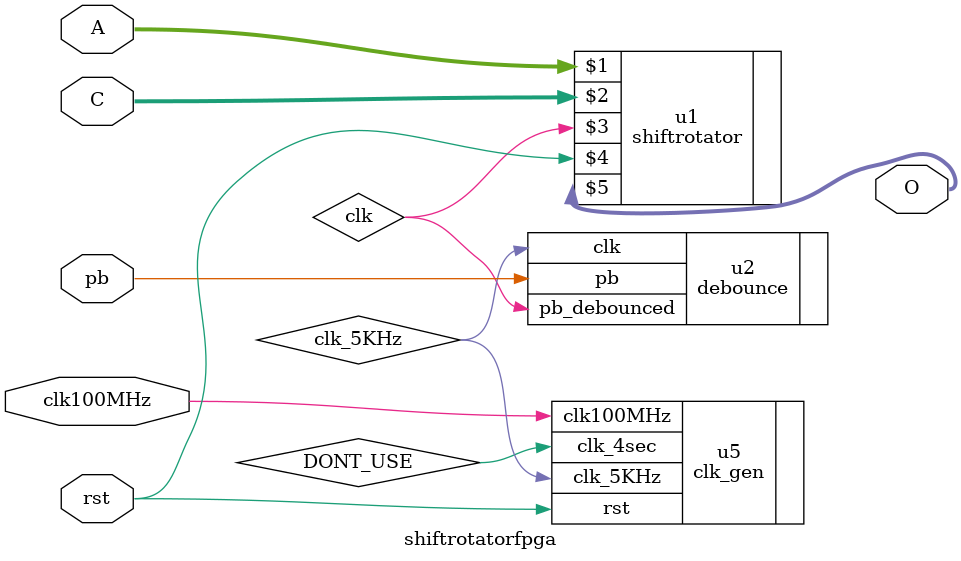
<source format=v>
`timescale 1ns / 1ps
module shiftrotatorfpga (input[3:0] A, input[2:0] C,input clk100MHz, rst, pb, output[3:0] O);

wire clk, clk_5KHz,DONT_USE;
shiftrotator u1(A,C,clk,rst, O);
debounce u2(.pb_debounced(clk),.pb(pb),.clk(clk_5KHz));
clk_gen u5(.clk100MHz(clk100MHz), .rst(rst), .clk_4sec(DONT_USE), .clk_5KHz(clk_5KHz)); 
                              
endmodule
</source>
